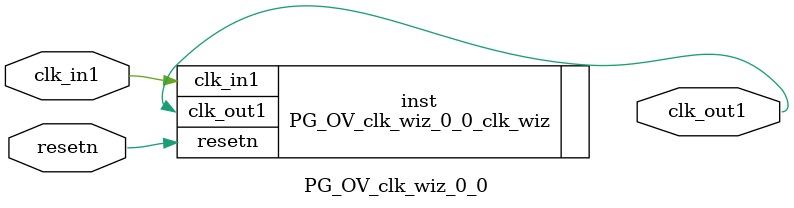
<source format=v>


`timescale 1ps/1ps

(* CORE_GENERATION_INFO = "PG_OV_clk_wiz_0_0,clk_wiz_v6_0_3_0_0,{component_name=PG_OV_clk_wiz_0_0,use_phase_alignment=true,use_min_o_jitter=false,use_max_i_jitter=false,use_dyn_phase_shift=false,use_inclk_switchover=false,use_dyn_reconfig=false,enable_axi=0,feedback_source=FDBK_AUTO,PRIMITIVE=MMCM,num_out_clk=1,clkin1_period=8.000,clkin2_period=10.000,use_power_down=false,use_reset=true,use_locked=false,use_inclk_stopped=false,feedback_type=SINGLE,CLOCK_MGR_TYPE=NA,manual_override=false}" *)

module PG_OV_clk_wiz_0_0 
 (
  // Clock out ports
  output        clk_out1,
  // Status and control signals
  input         resetn,
 // Clock in ports
  input         clk_in1
 );

  PG_OV_clk_wiz_0_0_clk_wiz inst
  (
  // Clock out ports  
  .clk_out1(clk_out1),
  // Status and control signals               
  .resetn(resetn), 
 // Clock in ports
  .clk_in1(clk_in1)
  );

endmodule

</source>
